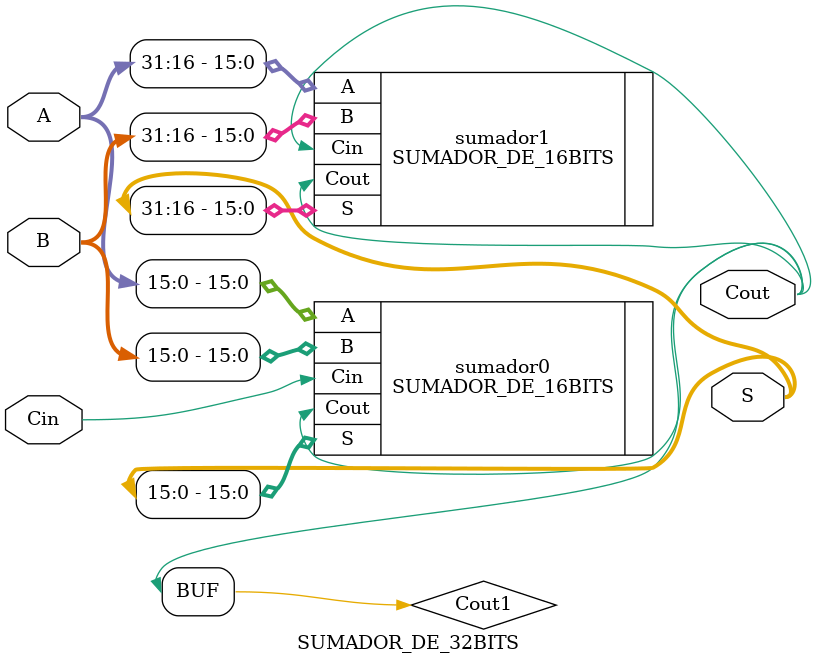
<source format=sv>
`timescale 1ns / 1ps


module SUMADOR_DE_32BITS(
    input logic [31:0] A,
    input logic [31:0] B,
    input logic Cin,
    output logic [31:0] S,
    output logic Cout
);

    logic [15:0] S0;
    logic Cout1;

    // Sumador de los bits menos significativos (0 al 15)
    SUMADOR_DE_16BITS sumador0(
        .A(A[15:0]), // Divide A en dos grupos de 16 bits
        .B(B[15:0]), // Divide B en dos grupos de 16 bits
        .Cin(Cin),
        .S(S[15:0]),
        .Cout(Cout1)
    );

    // Sumador de los bits más significativos (16 al 31)
    SUMADOR_DE_16BITS sumador1(
        .A(A[31:16]), // Divide A en dos grupos de 16 bits
        .B(B[31:16]), // Divide B en dos grupos de 16 bits
        .Cin(Cout1), // El acarreo de salida del sumador0 es el acarreo de entrada del sumador1
        .S(S[31:16]), // Conecta las salidas del sumador0 a las entradas del sumador1
        .Cout(Cout)
    );

    // Acarreo final
    assign Cout = Cout1;
endmodule

</source>
